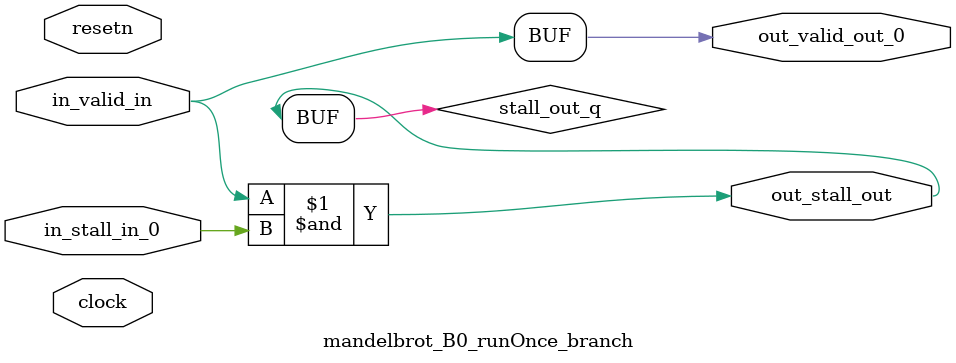
<source format=sv>



(* altera_attribute = "-name AUTO_SHIFT_REGISTER_RECOGNITION OFF; -name MESSAGE_DISABLE 10036; -name MESSAGE_DISABLE 10037; -name MESSAGE_DISABLE 14130; -name MESSAGE_DISABLE 14320; -name MESSAGE_DISABLE 15400; -name MESSAGE_DISABLE 14130; -name MESSAGE_DISABLE 10036; -name MESSAGE_DISABLE 12020; -name MESSAGE_DISABLE 12030; -name MESSAGE_DISABLE 12010; -name MESSAGE_DISABLE 12110; -name MESSAGE_DISABLE 14320; -name MESSAGE_DISABLE 13410; -name MESSAGE_DISABLE 113007; -name MESSAGE_DISABLE 10958" *)
module mandelbrot_B0_runOnce_branch (
    input wire [0:0] in_stall_in_0,
    input wire [0:0] in_valid_in,
    output wire [0:0] out_stall_out,
    output wire [0:0] out_valid_out_0,
    input wire clock,
    input wire resetn
    );

    wire [0:0] stall_out_q;


    // stall_out(LOGICAL,6)
    assign stall_out_q = in_valid_in & in_stall_in_0;

    // out_stall_out(GPOUT,4)
    assign out_stall_out = stall_out_q;

    // out_valid_out_0(GPOUT,5)
    assign out_valid_out_0 = in_valid_in;

endmodule

</source>
